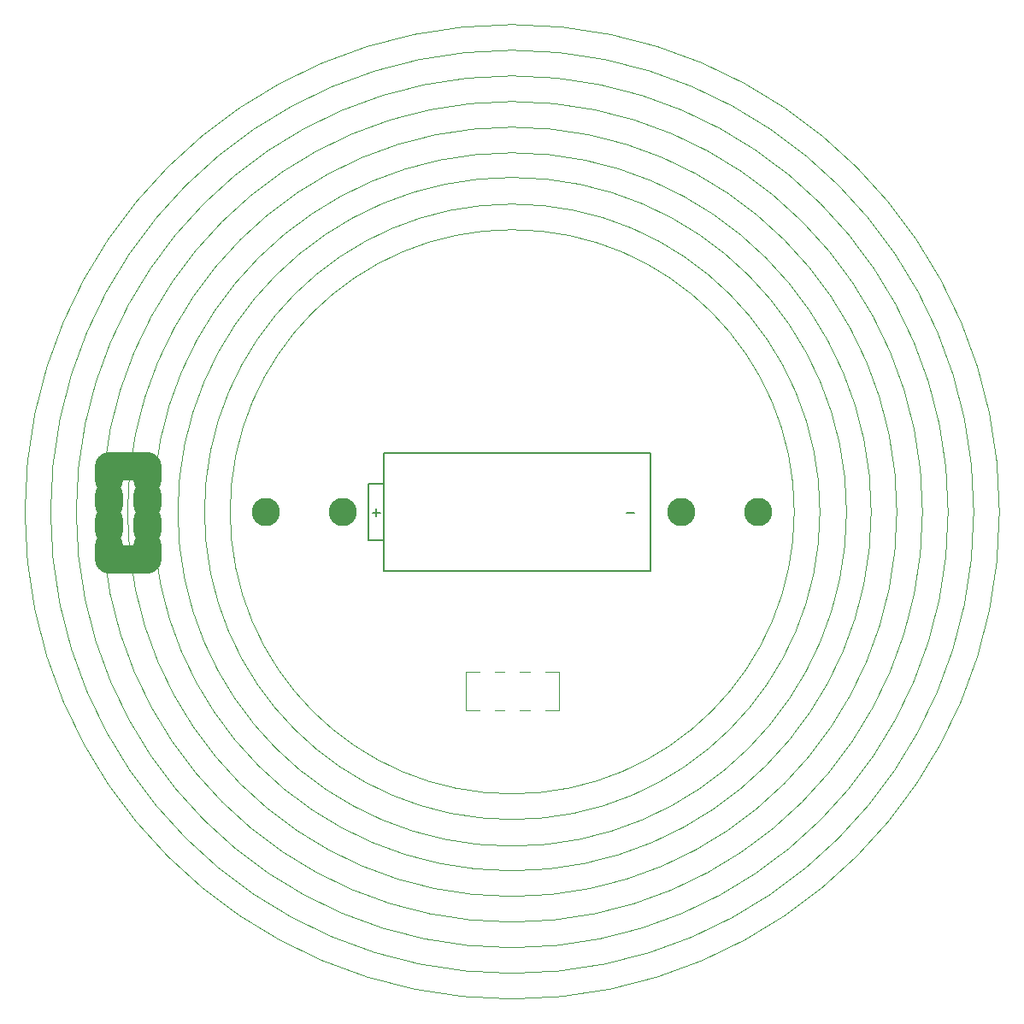
<source format=gbr>
From d9aa01eb65e6581cde34104cd9ef21933fb2ea6a Mon Sep 17 00:00:00 2001
From: Blaise Thompson <blaise@untzag.com>
Date: Tue, 21 Feb 2023 17:48:24 -0600
Subject: update base

---
 base/gerber/base-B_Silkscreen.gbr | 125 +++++++-------------------------------
 1 file changed, 23 insertions(+), 102 deletions(-)

(limited to 'base/gerber/base-B_Silkscreen.gbr')

diff --git a/base/gerber/base-B_Silkscreen.gbr b/base/gerber/base-B_Silkscreen.gbr
index add5dd8..a0eb63e 100644
--- a/base/gerber/base-B_Silkscreen.gbr
+++ b/base/gerber/base-B_Silkscreen.gbr
@@ -1,118 +1,39 @@
-%TF.GenerationSoftware,KiCad,Pcbnew,6.0.9+dfsg-1*%
-%TF.CreationDate,2022-11-28T19:22:20-06:00*%
+%TF.GenerationSoftware,KiCad,Pcbnew,6.0.11+dfsg-1*%
+%TF.CreationDate,2023-02-21T17:46:24-06:00*%
 %TF.ProjectId,base,62617365-2e6b-4696-9361-645f70636258,A*%
 %TF.SameCoordinates,Original*%
 %TF.FileFunction,Legend,Bot*%
 %TF.FilePolarity,Positive*%
 %FSLAX46Y46*%
 G04 Gerber Fmt 4.6, Leading zero omitted, Abs format (unit mm)*
-G04 Created by KiCad (PCBNEW 6.0.9+dfsg-1) date 2022-11-28 19:22:20*
+G04 Created by KiCad (PCBNEW 6.0.11+dfsg-1) date 2023-02-21 17:46:24*
 %MOMM*%
 %LPD*%
 G01*
 G04 APERTURE LIST*
 %ADD10C,0.120000*%
-%ADD11C,0.150000*%
-%ADD12C,2.794000*%
 G04 APERTURE END LIST*
 D10*
-X162560000Y-101600000D02*
-G75*
-G03*
-X162560000Y-101600000I-35560000J0D01*
-G01*
-X154940000Y-101600000D02*
-G75*
-G03*
-X154940000Y-101600000I-27940000J0D01*
-G01*
-X170180000Y-101600000D02*
-G75*
-G03*
-X170180000Y-101600000I-43180000J0D01*
-G01*
-X165100000Y-101600000D02*
-G75*
-G03*
-X165100000Y-101600000I-38100000J0D01*
-G01*
-X157480000Y-101600000D02*
-G75*
-G03*
-X157480000Y-101600000I-30480000J0D01*
-G01*
-X167640000Y-101600000D02*
-G75*
-G03*
-X167640000Y-101600000I-40640000J0D01*
-G01*
-X160117548Y-101600000D02*
-G75*
-G03*
-X160117548Y-101600000I-33117548J0D01*
-G01*
-X172720000Y-101600000D02*
-G75*
-G03*
-X172720000Y-101600000I-45720000J0D01*
-G01*
-X175260000Y-101600000D02*
-G75*
-G03*
-X175260000Y-101600000I-48260000J0D01*
-G01*
-D11*
-%TO.C,BT1*%
-X113918952Y-101671428D02*
-X113157047Y-101671428D01*
-X113538000Y-102052380D02*
-X113538000Y-101290476D01*
-X139064952Y-101671428D02*
-X138303047Y-101671428D01*
-D10*
 %TO.C,SW1*%
-X122390000Y-117470000D02*
-X122390000Y-121290000D01*
-X131610000Y-117470000D02*
-X131610000Y-121290000D01*
-X122390000Y-121290000D02*
-X123740000Y-121290000D01*
-X122390000Y-117470000D02*
-X123740000Y-117470000D01*
-X127760000Y-121290000D02*
-X128740000Y-121290000D01*
-X125260000Y-121290000D02*
-X126240000Y-121290000D01*
-X125260000Y-117470000D02*
-X126240000Y-117470000D01*
-X127760000Y-117470000D02*
-X128740000Y-117470000D01*
-X130260000Y-117470000D02*
-X131610000Y-117470000D01*
-X131610000Y-121290000D02*
-X130260000Y-121290000D01*
-D11*
-%TO.C,BT1*%
-X112776000Y-98806000D02*
-X114300000Y-98806000D01*
-X140716000Y-95758000D02*
-X114300000Y-95758000D01*
-X112776000Y-104394000D02*
-X112776000Y-98806000D01*
-X114300000Y-104394000D02*
-X112776000Y-104394000D01*
-X140716000Y-95758000D02*
-X140716000Y-107442000D01*
-X114300000Y-107442000D02*
-X140716000Y-107442000D01*
-X114300000Y-107442000D02*
-X114300000Y-95758000D01*
-%TD*%
-D12*
-%TO.C,BT1*%
-X110236000Y-101600000D03*
-X102616000Y-101600000D03*
-X151384000Y-101600000D03*
-X143764000Y-101600000D03*
+X90810000Y-104900000D02*
+X90810000Y-106250000D01*
+X90810000Y-97030000D02*
+X90810000Y-98380000D01*
+X86990000Y-99900000D02*
+X86990000Y-100880000D01*
+X90810000Y-99900000D02*
+X90810000Y-100880000D01*
+X90810000Y-106250000D02*
+X86990000Y-106250000D01*
+X86990000Y-102400000D02*
+X86990000Y-103380000D01*
+X90810000Y-102400000D02*
+X90810000Y-103380000D01*
+X90810000Y-97030000D02*
+X86990000Y-97030000D01*
+X86990000Y-106250000D02*
+X86990000Y-104900000D01*
+X86990000Y-97030000D02*
+X86990000Y-98380000D01*
 %TD*%
 M02*
-- 
cgit v1.2.3


</source>
